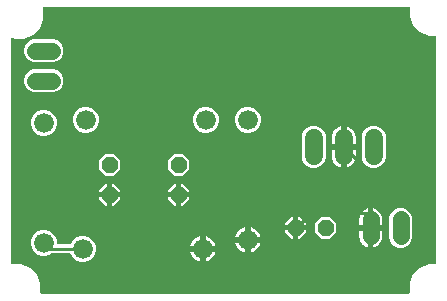
<source format=gbr>
G04 EAGLE Gerber RS-274X export*
G75*
%MOMM*%
%FSLAX34Y34*%
%LPD*%
%INBottom Copper*%
%IPPOS*%
%AMOC8*
5,1,8,0,0,1.08239X$1,22.5*%
G01*
%ADD10C,1.422400*%
%ADD11P,1.429621X8X292.500000*%
%ADD12P,1.429621X8X202.500000*%
%ADD13C,1.676400*%
%ADD14C,1.524000*%
%ADD15C,0.254000*%

G36*
X346988Y10176D02*
X346988Y10176D01*
X347107Y10183D01*
X347145Y10196D01*
X347186Y10201D01*
X347296Y10244D01*
X347409Y10281D01*
X347444Y10303D01*
X347481Y10318D01*
X347577Y10387D01*
X347678Y10451D01*
X347706Y10481D01*
X347739Y10504D01*
X347815Y10596D01*
X347896Y10683D01*
X347916Y10718D01*
X347941Y10749D01*
X347992Y10857D01*
X348050Y10961D01*
X348060Y11001D01*
X348077Y11037D01*
X348099Y11154D01*
X348129Y11269D01*
X348133Y11329D01*
X348137Y11349D01*
X348135Y11370D01*
X348139Y11430D01*
X348139Y19250D01*
X351209Y26660D01*
X356880Y32331D01*
X364290Y35401D01*
X369370Y35401D01*
X369488Y35416D01*
X369607Y35423D01*
X369645Y35436D01*
X369686Y35441D01*
X369796Y35484D01*
X369909Y35521D01*
X369944Y35543D01*
X369981Y35558D01*
X370077Y35627D01*
X370178Y35691D01*
X370206Y35721D01*
X370239Y35744D01*
X370315Y35836D01*
X370396Y35923D01*
X370416Y35958D01*
X370441Y35989D01*
X370492Y36097D01*
X370550Y36201D01*
X370560Y36241D01*
X370577Y36277D01*
X370599Y36394D01*
X370629Y36509D01*
X370633Y36569D01*
X370637Y36589D01*
X370635Y36610D01*
X370639Y36670D01*
X370639Y227490D01*
X370624Y227608D01*
X370617Y227727D01*
X370604Y227765D01*
X370599Y227806D01*
X370556Y227916D01*
X370519Y228029D01*
X370497Y228064D01*
X370482Y228101D01*
X370413Y228197D01*
X370349Y228298D01*
X370319Y228326D01*
X370296Y228359D01*
X370204Y228435D01*
X370117Y228516D01*
X370082Y228536D01*
X370051Y228561D01*
X369943Y228612D01*
X369839Y228670D01*
X369799Y228680D01*
X369763Y228697D01*
X369646Y228719D01*
X369531Y228749D01*
X369471Y228753D01*
X369451Y228757D01*
X369430Y228755D01*
X369370Y228759D01*
X364290Y228759D01*
X356880Y231829D01*
X351209Y237500D01*
X348139Y244910D01*
X348139Y251970D01*
X348124Y252088D01*
X348117Y252207D01*
X348104Y252245D01*
X348099Y252286D01*
X348056Y252396D01*
X348019Y252509D01*
X347997Y252544D01*
X347982Y252581D01*
X347913Y252677D01*
X347849Y252778D01*
X347819Y252806D01*
X347796Y252839D01*
X347704Y252915D01*
X347617Y252996D01*
X347582Y253016D01*
X347551Y253041D01*
X347443Y253092D01*
X347339Y253150D01*
X347299Y253160D01*
X347263Y253177D01*
X347146Y253199D01*
X347031Y253229D01*
X346971Y253233D01*
X346951Y253237D01*
X346930Y253235D01*
X346870Y253239D01*
X38660Y253239D01*
X38611Y253233D01*
X38561Y253235D01*
X38454Y253213D01*
X38345Y253199D01*
X38298Y253181D01*
X38250Y253171D01*
X38151Y253123D01*
X38049Y253082D01*
X38009Y253053D01*
X37964Y253031D01*
X37881Y252960D01*
X37792Y252896D01*
X37760Y252857D01*
X37722Y252825D01*
X37659Y252735D01*
X37589Y252651D01*
X37568Y252606D01*
X37539Y252565D01*
X37500Y252462D01*
X37453Y252363D01*
X37444Y252314D01*
X37426Y252268D01*
X37414Y252158D01*
X37393Y252051D01*
X37397Y252001D01*
X37391Y251952D01*
X37406Y251843D01*
X37413Y251733D01*
X37429Y251686D01*
X37435Y251637D01*
X37488Y251484D01*
X37941Y250390D01*
X37941Y242370D01*
X34871Y234960D01*
X29200Y229289D01*
X21790Y226219D01*
X13770Y226219D01*
X11916Y226987D01*
X11868Y227000D01*
X11823Y227022D01*
X11715Y227042D01*
X11609Y227071D01*
X11559Y227072D01*
X11510Y227081D01*
X11401Y227075D01*
X11291Y227076D01*
X11243Y227065D01*
X11193Y227062D01*
X11089Y227028D01*
X10982Y227002D01*
X10938Y226979D01*
X10891Y226964D01*
X10798Y226905D01*
X10701Y226853D01*
X10664Y226820D01*
X10622Y226793D01*
X10547Y226713D01*
X10465Y226639D01*
X10438Y226598D01*
X10404Y226562D01*
X10351Y226466D01*
X10291Y226374D01*
X10274Y226327D01*
X10250Y226283D01*
X10223Y226177D01*
X10187Y226073D01*
X10183Y226023D01*
X10171Y225975D01*
X10161Y225815D01*
X10161Y36670D01*
X10176Y36552D01*
X10183Y36433D01*
X10196Y36395D01*
X10201Y36354D01*
X10244Y36244D01*
X10281Y36131D01*
X10303Y36096D01*
X10318Y36059D01*
X10387Y35963D01*
X10451Y35862D01*
X10481Y35834D01*
X10504Y35801D01*
X10596Y35725D01*
X10683Y35644D01*
X10718Y35624D01*
X10749Y35599D01*
X10857Y35548D01*
X10961Y35490D01*
X11001Y35480D01*
X11037Y35463D01*
X11154Y35441D01*
X11269Y35411D01*
X11329Y35407D01*
X11349Y35403D01*
X11370Y35405D01*
X11430Y35401D01*
X19250Y35401D01*
X26660Y32331D01*
X32331Y26660D01*
X35401Y19250D01*
X35401Y11430D01*
X35416Y11312D01*
X35423Y11193D01*
X35436Y11155D01*
X35441Y11114D01*
X35484Y11004D01*
X35521Y10891D01*
X35543Y10856D01*
X35558Y10819D01*
X35627Y10723D01*
X35691Y10622D01*
X35721Y10594D01*
X35744Y10561D01*
X35836Y10485D01*
X35923Y10404D01*
X35958Y10384D01*
X35989Y10359D01*
X36097Y10308D01*
X36201Y10250D01*
X36241Y10240D01*
X36277Y10223D01*
X36394Y10201D01*
X36509Y10171D01*
X36569Y10167D01*
X36589Y10163D01*
X36610Y10165D01*
X36670Y10161D01*
X346870Y10161D01*
X346988Y10176D01*
G37*
%LPC*%
G36*
X68947Y37337D02*
X68947Y37337D01*
X64933Y39000D01*
X61860Y42073D01*
X61200Y43666D01*
X61190Y43685D01*
X61184Y43701D01*
X61181Y43706D01*
X61177Y43719D01*
X61107Y43829D01*
X61043Y43942D01*
X61022Y43963D01*
X61006Y43988D01*
X60912Y44077D01*
X60822Y44170D01*
X60796Y44186D01*
X60775Y44206D01*
X60661Y44269D01*
X60550Y44337D01*
X60522Y44345D01*
X60496Y44360D01*
X60371Y44392D01*
X60246Y44430D01*
X60217Y44432D01*
X60188Y44439D01*
X60028Y44449D01*
X45182Y44449D01*
X45084Y44437D01*
X44985Y44434D01*
X44927Y44417D01*
X44867Y44409D01*
X44774Y44373D01*
X44679Y44345D01*
X44627Y44315D01*
X44571Y44292D01*
X44491Y44234D01*
X44405Y44184D01*
X44330Y44118D01*
X44313Y44106D01*
X44306Y44096D01*
X44297Y44088D01*
X44295Y44087D01*
X44294Y44085D01*
X44288Y44080D01*
X40273Y42417D01*
X35927Y42417D01*
X31913Y44080D01*
X28840Y47153D01*
X27177Y51167D01*
X27177Y55513D01*
X28840Y59527D01*
X31913Y62600D01*
X35927Y64263D01*
X40273Y64263D01*
X44287Y62600D01*
X47360Y59527D01*
X49023Y55513D01*
X49023Y53340D01*
X49038Y53222D01*
X49045Y53103D01*
X49058Y53065D01*
X49063Y53024D01*
X49106Y52914D01*
X49143Y52801D01*
X49165Y52766D01*
X49180Y52729D01*
X49249Y52633D01*
X49313Y52532D01*
X49343Y52504D01*
X49366Y52471D01*
X49458Y52395D01*
X49545Y52314D01*
X49580Y52294D01*
X49611Y52269D01*
X49719Y52218D01*
X49823Y52160D01*
X49863Y52150D01*
X49899Y52133D01*
X50016Y52111D01*
X50131Y52081D01*
X50191Y52077D01*
X50211Y52073D01*
X50232Y52075D01*
X50292Y52071D01*
X60028Y52071D01*
X60057Y52074D01*
X60086Y52072D01*
X60215Y52094D01*
X60343Y52111D01*
X60371Y52121D01*
X60400Y52126D01*
X60518Y52180D01*
X60639Y52228D01*
X60663Y52245D01*
X60690Y52257D01*
X60791Y52338D01*
X60896Y52414D01*
X60915Y52437D01*
X60938Y52456D01*
X61016Y52559D01*
X61099Y52659D01*
X61112Y52686D01*
X61129Y52710D01*
X61200Y52854D01*
X61860Y54447D01*
X64933Y57520D01*
X68947Y59183D01*
X73293Y59183D01*
X77307Y57520D01*
X80380Y54447D01*
X82043Y50433D01*
X82043Y46087D01*
X80380Y42073D01*
X77307Y39000D01*
X73293Y37337D01*
X68947Y37337D01*
G37*
%LPD*%
%LPC*%
G36*
X315479Y116839D02*
X315479Y116839D01*
X311744Y118386D01*
X308886Y121244D01*
X307339Y124979D01*
X307339Y144261D01*
X308886Y147996D01*
X311744Y150854D01*
X315479Y152401D01*
X319521Y152401D01*
X323256Y150854D01*
X326114Y147996D01*
X327661Y144261D01*
X327661Y124979D01*
X326114Y121244D01*
X323256Y118386D01*
X319521Y116839D01*
X315479Y116839D01*
G37*
%LPD*%
%LPC*%
G36*
X264679Y116839D02*
X264679Y116839D01*
X260944Y118386D01*
X258086Y121244D01*
X256539Y124979D01*
X256539Y144261D01*
X258086Y147996D01*
X260944Y150854D01*
X264679Y152401D01*
X268721Y152401D01*
X272456Y150854D01*
X275314Y147996D01*
X276861Y144261D01*
X276861Y124979D01*
X275314Y121244D01*
X272456Y118386D01*
X268721Y116839D01*
X264679Y116839D01*
G37*
%LPD*%
%LPC*%
G36*
X29068Y206247D02*
X29068Y206247D01*
X25520Y207717D01*
X22805Y210432D01*
X21335Y213980D01*
X21335Y217820D01*
X22805Y221368D01*
X25520Y224083D01*
X29068Y225553D01*
X47132Y225553D01*
X50680Y224083D01*
X53395Y221368D01*
X54865Y217820D01*
X54865Y213980D01*
X53395Y210432D01*
X50680Y207717D01*
X47132Y206247D01*
X29068Y206247D01*
G37*
%LPD*%
%LPC*%
G36*
X29068Y180847D02*
X29068Y180847D01*
X25520Y182317D01*
X22805Y185032D01*
X21335Y188580D01*
X21335Y192420D01*
X22805Y195968D01*
X25520Y198683D01*
X29068Y200153D01*
X47132Y200153D01*
X50680Y198683D01*
X53395Y195968D01*
X54865Y192420D01*
X54865Y188580D01*
X53395Y185032D01*
X50680Y182317D01*
X47132Y180847D01*
X29068Y180847D01*
G37*
%LPD*%
%LPC*%
G36*
X338440Y49275D02*
X338440Y49275D01*
X334892Y50745D01*
X332177Y53460D01*
X330707Y57008D01*
X330707Y75072D01*
X332177Y78620D01*
X334892Y81335D01*
X338440Y82805D01*
X342280Y82805D01*
X345828Y81335D01*
X348543Y78620D01*
X350013Y75072D01*
X350013Y57008D01*
X348543Y53460D01*
X345828Y50745D01*
X342280Y49275D01*
X338440Y49275D01*
G37*
%LPD*%
%LPC*%
G36*
X208647Y146557D02*
X208647Y146557D01*
X204633Y148220D01*
X201560Y151293D01*
X199897Y155307D01*
X199897Y159653D01*
X201560Y163667D01*
X204633Y166740D01*
X208647Y168403D01*
X212993Y168403D01*
X217007Y166740D01*
X220080Y163667D01*
X221743Y159653D01*
X221743Y155307D01*
X220080Y151293D01*
X217007Y148220D01*
X212993Y146557D01*
X208647Y146557D01*
G37*
%LPD*%
%LPC*%
G36*
X173087Y146557D02*
X173087Y146557D01*
X169073Y148220D01*
X166000Y151293D01*
X164337Y155307D01*
X164337Y159653D01*
X166000Y163667D01*
X169073Y166740D01*
X173087Y168403D01*
X177433Y168403D01*
X181447Y166740D01*
X184520Y163667D01*
X186183Y159653D01*
X186183Y155307D01*
X184520Y151293D01*
X181447Y148220D01*
X177433Y146557D01*
X173087Y146557D01*
G37*
%LPD*%
%LPC*%
G36*
X71487Y146557D02*
X71487Y146557D01*
X67473Y148220D01*
X64400Y151293D01*
X62737Y155307D01*
X62737Y159653D01*
X64400Y163667D01*
X67473Y166740D01*
X71487Y168403D01*
X75833Y168403D01*
X79847Y166740D01*
X82920Y163667D01*
X84583Y159653D01*
X84583Y155307D01*
X82920Y151293D01*
X79847Y148220D01*
X75833Y146557D01*
X71487Y146557D01*
G37*
%LPD*%
%LPC*%
G36*
X35927Y144017D02*
X35927Y144017D01*
X31913Y145680D01*
X28840Y148753D01*
X27177Y152767D01*
X27177Y157113D01*
X28840Y161127D01*
X31913Y164200D01*
X35927Y165863D01*
X40273Y165863D01*
X44287Y164200D01*
X47360Y161127D01*
X49023Y157113D01*
X49023Y152767D01*
X47360Y148753D01*
X44287Y145680D01*
X40273Y144017D01*
X35927Y144017D01*
G37*
%LPD*%
%LPC*%
G36*
X148612Y110235D02*
X148612Y110235D01*
X143255Y115592D01*
X143255Y123168D01*
X148612Y128525D01*
X156188Y128525D01*
X161545Y123168D01*
X161545Y115592D01*
X156188Y110235D01*
X148612Y110235D01*
G37*
%LPD*%
%LPC*%
G36*
X90192Y110235D02*
X90192Y110235D01*
X84835Y115592D01*
X84835Y123168D01*
X90192Y128525D01*
X97768Y128525D01*
X103125Y123168D01*
X103125Y115592D01*
X97768Y110235D01*
X90192Y110235D01*
G37*
%LPD*%
%LPC*%
G36*
X273072Y56895D02*
X273072Y56895D01*
X267715Y62252D01*
X267715Y69828D01*
X273072Y75185D01*
X280648Y75185D01*
X286005Y69828D01*
X286005Y62252D01*
X280648Y56895D01*
X273072Y56895D01*
G37*
%LPD*%
%LPC*%
G36*
X294639Y137159D02*
X294639Y137159D01*
X294639Y152099D01*
X296000Y151656D01*
X297425Y150930D01*
X298719Y149990D01*
X299850Y148859D01*
X300790Y147565D01*
X301516Y146140D01*
X302011Y144619D01*
X302261Y143040D01*
X302261Y137159D01*
X294639Y137159D01*
G37*
%LPD*%
%LPC*%
G36*
X294639Y132081D02*
X294639Y132081D01*
X302261Y132081D01*
X302261Y126200D01*
X302011Y124621D01*
X301516Y123100D01*
X300790Y121675D01*
X299850Y120381D01*
X298719Y119250D01*
X297425Y118310D01*
X296000Y117584D01*
X294639Y117141D01*
X294639Y132081D01*
G37*
%LPD*%
%LPC*%
G36*
X281939Y137159D02*
X281939Y137159D01*
X281939Y143040D01*
X282189Y144619D01*
X282684Y146140D01*
X283410Y147565D01*
X284350Y148859D01*
X285481Y149990D01*
X286775Y150930D01*
X288200Y151656D01*
X289561Y152099D01*
X289561Y137159D01*
X281939Y137159D01*
G37*
%LPD*%
%LPC*%
G36*
X288200Y117584D02*
X288200Y117584D01*
X286775Y118310D01*
X285724Y119073D01*
X285481Y119250D01*
X284350Y120381D01*
X283410Y121675D01*
X282684Y123100D01*
X282189Y124621D01*
X281939Y126200D01*
X281939Y132081D01*
X289561Y132081D01*
X289561Y117141D01*
X288200Y117584D01*
G37*
%LPD*%
%LPC*%
G36*
X317245Y68325D02*
X317245Y68325D01*
X317245Y82559D01*
X318665Y82098D01*
X320019Y81408D01*
X321248Y80515D01*
X322323Y79440D01*
X323216Y78211D01*
X323906Y76857D01*
X324375Y75412D01*
X324613Y73912D01*
X324613Y68325D01*
X317245Y68325D01*
G37*
%LPD*%
%LPC*%
G36*
X317245Y63755D02*
X317245Y63755D01*
X324613Y63755D01*
X324613Y58168D01*
X324375Y56668D01*
X323906Y55223D01*
X323216Y53869D01*
X322323Y52640D01*
X321248Y51565D01*
X320019Y50672D01*
X318665Y49982D01*
X317245Y49521D01*
X317245Y63755D01*
G37*
%LPD*%
%LPC*%
G36*
X305307Y68325D02*
X305307Y68325D01*
X305307Y73912D01*
X305545Y75412D01*
X306014Y76857D01*
X306704Y78211D01*
X307597Y79440D01*
X308672Y80515D01*
X309901Y81408D01*
X311255Y82098D01*
X312675Y82559D01*
X312675Y68325D01*
X305307Y68325D01*
G37*
%LPD*%
%LPC*%
G36*
X311255Y49982D02*
X311255Y49982D01*
X309901Y50672D01*
X308672Y51565D01*
X307597Y52640D01*
X306704Y53869D01*
X306014Y55223D01*
X305545Y56668D01*
X305307Y58168D01*
X305307Y63755D01*
X312675Y63755D01*
X312675Y49521D01*
X311255Y49982D01*
G37*
%LPD*%
%LPC*%
G36*
X213359Y58419D02*
X213359Y58419D01*
X213359Y66537D01*
X213378Y66534D01*
X215013Y66003D01*
X216545Y65222D01*
X217936Y64211D01*
X219151Y62996D01*
X220162Y61605D01*
X220943Y60073D01*
X221474Y58438D01*
X221477Y58419D01*
X213359Y58419D01*
G37*
%LPD*%
%LPC*%
G36*
X175259Y50799D02*
X175259Y50799D01*
X175259Y58917D01*
X175278Y58914D01*
X176913Y58383D01*
X178445Y57602D01*
X179836Y56591D01*
X181051Y55376D01*
X182062Y53985D01*
X182843Y52453D01*
X183374Y50818D01*
X183377Y50799D01*
X175259Y50799D01*
G37*
%LPD*%
%LPC*%
G36*
X200163Y58419D02*
X200163Y58419D01*
X200166Y58438D01*
X200697Y60073D01*
X201478Y61605D01*
X202489Y62996D01*
X203704Y64211D01*
X205095Y65222D01*
X206627Y66003D01*
X208262Y66534D01*
X208281Y66537D01*
X208281Y58419D01*
X200163Y58419D01*
G37*
%LPD*%
%LPC*%
G36*
X162063Y50799D02*
X162063Y50799D01*
X162066Y50818D01*
X162597Y52453D01*
X163378Y53985D01*
X164389Y55376D01*
X165604Y56591D01*
X166995Y57602D01*
X168527Y58383D01*
X170162Y58914D01*
X170181Y58917D01*
X170181Y50799D01*
X162063Y50799D01*
G37*
%LPD*%
%LPC*%
G36*
X213359Y53341D02*
X213359Y53341D01*
X221477Y53341D01*
X221474Y53322D01*
X220943Y51687D01*
X220162Y50155D01*
X219151Y48764D01*
X217936Y47549D01*
X216545Y46538D01*
X215013Y45757D01*
X213378Y45226D01*
X213359Y45223D01*
X213359Y53341D01*
G37*
%LPD*%
%LPC*%
G36*
X175259Y45721D02*
X175259Y45721D01*
X183377Y45721D01*
X183374Y45702D01*
X182843Y44067D01*
X182062Y42535D01*
X181051Y41144D01*
X179836Y39929D01*
X178445Y38918D01*
X176913Y38137D01*
X175278Y37606D01*
X175259Y37603D01*
X175259Y45721D01*
G37*
%LPD*%
%LPC*%
G36*
X208262Y45226D02*
X208262Y45226D01*
X206627Y45757D01*
X205095Y46538D01*
X204837Y46726D01*
X203704Y47549D01*
X202489Y48764D01*
X201478Y50155D01*
X200697Y51687D01*
X200166Y53322D01*
X200163Y53341D01*
X208281Y53341D01*
X208281Y45223D01*
X208262Y45226D01*
G37*
%LPD*%
%LPC*%
G36*
X170162Y37606D02*
X170162Y37606D01*
X168527Y38137D01*
X166995Y38918D01*
X165604Y39929D01*
X164389Y41144D01*
X163378Y42535D01*
X162597Y44067D01*
X162066Y45702D01*
X162063Y45721D01*
X170181Y45721D01*
X170181Y37603D01*
X170162Y37606D01*
G37*
%LPD*%
%LPC*%
G36*
X154431Y96011D02*
X154431Y96011D01*
X154431Y103125D01*
X156188Y103125D01*
X161545Y97768D01*
X161545Y96011D01*
X154431Y96011D01*
G37*
%LPD*%
%LPC*%
G36*
X96011Y96011D02*
X96011Y96011D01*
X96011Y103125D01*
X97768Y103125D01*
X103125Y97768D01*
X103125Y96011D01*
X96011Y96011D01*
G37*
%LPD*%
%LPC*%
G36*
X253491Y68071D02*
X253491Y68071D01*
X253491Y75185D01*
X255248Y75185D01*
X260605Y69828D01*
X260605Y68071D01*
X253491Y68071D01*
G37*
%LPD*%
%LPC*%
G36*
X84835Y96011D02*
X84835Y96011D01*
X84835Y97768D01*
X90192Y103125D01*
X91949Y103125D01*
X91949Y96011D01*
X84835Y96011D01*
G37*
%LPD*%
%LPC*%
G36*
X242315Y68071D02*
X242315Y68071D01*
X242315Y69828D01*
X247672Y75185D01*
X249429Y75185D01*
X249429Y68071D01*
X242315Y68071D01*
G37*
%LPD*%
%LPC*%
G36*
X143255Y96011D02*
X143255Y96011D01*
X143255Y97768D01*
X148612Y103125D01*
X150369Y103125D01*
X150369Y96011D01*
X143255Y96011D01*
G37*
%LPD*%
%LPC*%
G36*
X253491Y56895D02*
X253491Y56895D01*
X253491Y64009D01*
X260605Y64009D01*
X260605Y62252D01*
X255248Y56895D01*
X253491Y56895D01*
G37*
%LPD*%
%LPC*%
G36*
X154431Y84835D02*
X154431Y84835D01*
X154431Y91949D01*
X161545Y91949D01*
X161545Y90192D01*
X156188Y84835D01*
X154431Y84835D01*
G37*
%LPD*%
%LPC*%
G36*
X96011Y84835D02*
X96011Y84835D01*
X96011Y91949D01*
X103125Y91949D01*
X103125Y90192D01*
X97768Y84835D01*
X96011Y84835D01*
G37*
%LPD*%
%LPC*%
G36*
X90192Y84835D02*
X90192Y84835D01*
X84835Y90192D01*
X84835Y91949D01*
X91949Y91949D01*
X91949Y84835D01*
X90192Y84835D01*
G37*
%LPD*%
%LPC*%
G36*
X247672Y56895D02*
X247672Y56895D01*
X242315Y62252D01*
X242315Y64009D01*
X249429Y64009D01*
X249429Y56895D01*
X247672Y56895D01*
G37*
%LPD*%
%LPC*%
G36*
X148612Y84835D02*
X148612Y84835D01*
X143255Y90192D01*
X143255Y91949D01*
X150369Y91949D01*
X150369Y84835D01*
X148612Y84835D01*
G37*
%LPD*%
%LPC*%
G36*
X292099Y134619D02*
X292099Y134619D01*
X292099Y134621D01*
X292101Y134621D01*
X292101Y134619D01*
X292099Y134619D01*
G37*
%LPD*%
%LPC*%
G36*
X172719Y48259D02*
X172719Y48259D01*
X172719Y48261D01*
X172721Y48261D01*
X172721Y48259D01*
X172719Y48259D01*
G37*
%LPD*%
%LPC*%
G36*
X210819Y55879D02*
X210819Y55879D01*
X210819Y55881D01*
X210821Y55881D01*
X210821Y55879D01*
X210819Y55879D01*
G37*
%LPD*%
D10*
X340360Y73152D02*
X340360Y58928D01*
X314960Y58928D02*
X314960Y73152D01*
D11*
X93980Y119380D03*
X93980Y93980D03*
X152400Y119380D03*
X152400Y93980D03*
D12*
X276860Y66040D03*
X251460Y66040D03*
D13*
X73660Y157480D03*
X175260Y157480D03*
X210820Y55880D03*
X210820Y157480D03*
X71120Y48260D03*
X172720Y48260D03*
X38100Y53340D03*
X38100Y154940D03*
D14*
X266700Y142240D02*
X266700Y127000D01*
X292100Y127000D02*
X292100Y142240D01*
X317500Y142240D02*
X317500Y127000D01*
D10*
X45212Y215900D02*
X30988Y215900D01*
X30988Y190500D02*
X45212Y190500D01*
D15*
X43180Y48260D02*
X71120Y48260D01*
X43180Y48260D02*
X38100Y53340D01*
X314960Y78740D02*
X314960Y111760D01*
X292100Y134620D01*
X314960Y78740D02*
X264160Y78740D01*
X251460Y66040D01*
X314960Y66040D02*
X314960Y78740D01*
M02*

</source>
